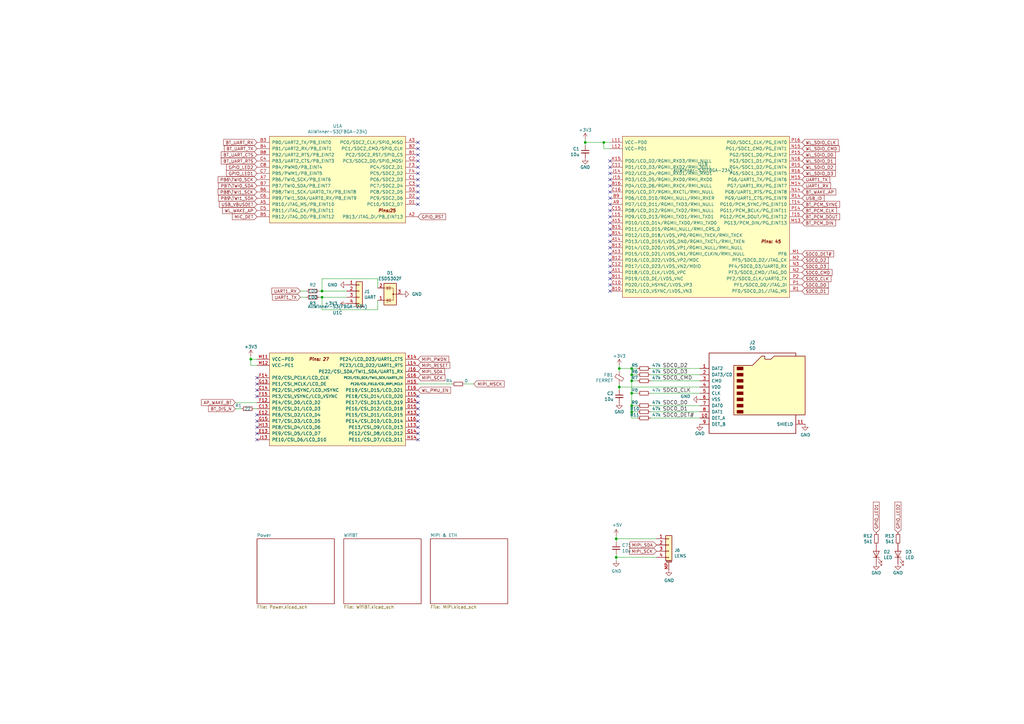
<source format=kicad_sch>
(kicad_sch (version 20211123) (generator eeschema)
  (paper "A3")
  (title_block (title "OtterCastAudioV2") (rev "1.0"))
  (lib_symbols
    (symbol "Connector:Micro_SD_Card_Det" (pin_names (offset 1.016))
      (property "Reference" "J" (at -16.51 17.78 0))
      (property "Value" "Micro_SD_Card_Det" (at 16.51 17.78 0))
      (symbol "Micro_SD_Card_Det_0_1"
        (rectangle (start -7.62 -6.985) (end -5.08 -8.255) (fill (type outline)))
        (rectangle (start -7.62 -4.445) (end -5.08 -5.715) (fill (type outline)))
        (rectangle (start -7.62 -1.905) (end -5.08 -3.175) (fill (type outline)))
        (rectangle (start -7.62 0.635) (end -5.08 -0.635) (fill (type outline)))
        (rectangle (start -7.62 3.175) (end -5.08 1.905) (fill (type outline)))
        (rectangle (start -7.62 5.715) (end -5.08 4.445) (fill (type outline)))
        (rectangle (start -7.62 8.255) (end -5.08 6.985) (fill (type outline)))
        (rectangle (start -7.62 10.795) (end -5.08 9.525) (fill (type outline)))
        (polyline (pts (xy 16.51 15.24) (xy 16.51 16.51) (xy -19.05 16.51) (xy -19.05 -16.51) (xy 16.51 -16.51) (xy 16.51 -8.89)) (stroke (width 0.254)))
        (polyline (pts (xy -8.89 -8.89) (xy -8.89 11.43) (xy -1.27 11.43) (xy 2.54 15.24) (xy 3.81 15.24) (xy 3.81 13.97) (xy 6.35 13.97) (xy 7.62 15.24) (xy 20.32 15.24) (xy 20.32 -8.89) (xy -8.89 -8.89)) (stroke (width 0.254)) (fill (type background)))
      )
      (symbol "Micro_SD_Card_Det_1_1"
        (pin bidirectional line (at -22.86 10.16 0) (length 3.81) (name "DAT2") (number "1"))
        (pin passive line (at -22.86 -10.16 0) (length 3.81) (name "DET_A") (number "10"))
        (pin passive line (at 20.32 -12.7 180) (length 3.81) (name "SHIELD") (number "11"))
        (pin bidirectional line (at -22.86 7.62 0) (length 3.81) (name "DAT3/CD") (number "2"))
        (pin input line (at -22.86 5.08 0) (length 3.81) (name "CMD") (number "3"))
        (pin power_in line (at -22.86 2.54 0) (length 3.81) (name "VDD") (number "4"))
        (pin input line (at -22.86 0 0) (length 3.81) (name "CLK") (number "5"))
        (pin power_in line (at -22.86 -2.54 0) (length 3.81) (name "VSS") (number "6"))
        (pin bidirectional line (at -22.86 -5.08 0) (length 3.81) (name "DAT0") (number "7"))
        (pin bidirectional line (at -22.86 -7.62 0) (length 3.81) (name "DAT1") (number "8"))
        (pin passive line (at -22.86 -12.7 0) (length 3.81) (name "DET_B") (number "9"))
      )
    )
    (symbol "Connector_Generic:Conn_01x04" (pin_names (offset 1.016) hide)
      (property "Reference" "J" (at 0 5.08 0))
      (property "Value" "Conn_01x04" (at 0 -7.62 0))
      (symbol "Conn_01x04_1_1"
        (rectangle (start -1.27 -4.953) (end 0 -5.207) (stroke (width 0.1524)))
        (rectangle (start -1.27 -2.413) (end 0 -2.667) (stroke (width 0.1524)))
        (rectangle (start -1.27 0.127) (end 0 -0.127) (stroke (width 0.1524)))
        (rectangle (start -1.27 2.667) (end 0 2.413) (stroke (width 0.1524)))
        (rectangle (start -1.27 3.81) (end 1.27 -6.35) (stroke (width 0.254)) (fill (type background)))
        (pin passive line (at -5.08 2.54 0) (length 3.81) (name "Pin_1") (number "1"))
        (pin passive line (at -5.08 0 0) (length 3.81) (name "Pin_2") (number "2"))
        (pin passive line (at -5.08 -2.54 0) (length 3.81) (name "Pin_3") (number "3"))
        (pin passive line (at -5.08 -5.08 0) (length 3.81) (name "Pin_4") (number "4"))
      )
    )
    (symbol "Connector_Generic_MountingPin:Conn_01x04_MountingPin" (pin_names (offset 1.016) hide)
      (property "Reference" "J" (at 0 5.08 0))
      (property "Value" "Conn_01x04_MountingPin" (at 1.27 -7.62 0))
      (symbol "Conn_01x04_MountingPin_1_1"
        (rectangle (start -1.27 -4.953) (end 0 -5.207) (stroke (width 0.1524)))
        (rectangle (start -1.27 -2.413) (end 0 -2.667) (stroke (width 0.1524)))
        (rectangle (start -1.27 0.127) (end 0 -0.127) (stroke (width 0.1524)))
        (rectangle (start -1.27 2.667) (end 0 2.413) (stroke (width 0.1524)))
        (rectangle (start -1.27 3.81) (end 1.27 -6.35) (stroke (width 0.254)) (fill (type background)))
        (polyline (pts (xy -1.016 -7.112) (xy 1.016 -7.112)) (stroke (width 0.1524)))
        (text "Mounting" (at 0 -6.731 0) (effects (font (size 0.381 0.381))))
        (pin passive line (at -5.08 2.54 0) (length 3.81) (name "Pin_1") (number "1"))
        (pin passive line (at -5.08 0 0) (length 3.81) (name "Pin_2") (number "2"))
        (pin passive line (at -5.08 -2.54 0) (length 3.81) (name "Pin_3") (number "3"))
        (pin passive line (at -5.08 -5.08 0) (length 3.81) (name "Pin_4") (number "4"))
        (pin passive line (at 0 -10.16 90) (length 3.048) (name "MountPin") (number "MP"))
      )
    )
    (symbol "Device:C_Small" (pin_numbers hide) (pin_names (offset 0.254) hide)
      (property "Reference" "C" (at 0.254 1.778 0))
      (property "Value" "C_Small" (at 0.254 -2.032 0))
      (symbol "C_Small_0_1"
        (polyline (pts (xy -1.524 -0.508) (xy 1.524 -0.508)) (stroke (width 0.3302)))
        (polyline (pts (xy -1.524 0.508) (xy 1.524 0.508)) (stroke (width 0.3048)))
      )
      (symbol "C_Small_1_1"
        (pin passive line (at 0 2.54 270) (length 2.032) (name "~") (number "1"))
        (pin passive line (at 0 -2.54 90) (length 2.032) (name "~") (number "2"))
      )
    )
    (symbol "Device:Ferrite_Bead_Small" (pin_numbers hide) (pin_names (offset 0))
      (property "Reference" "FB" (at 1.905 1.27 0))
      (property "Value" "Ferrite_Bead_Small" (at 1.905 -1.27 0))
      (symbol "Ferrite_Bead_Small_0_1"
        (polyline (pts (xy 0 -1.27) (xy 0 -0.7874)))
        (polyline (pts (xy 0 0.889) (xy 0 1.2954)))
        (polyline (pts (xy -1.8288 0.2794) (xy -1.1176 1.4986) (xy 1.8288 -0.2032) (xy 1.1176 -1.4224) (xy -1.8288 0.2794)))
      )
      (symbol "Ferrite_Bead_Small_1_1"
        (pin passive line (at 0 2.54 270) (length 1.27) (name "~") (number "1"))
        (pin passive line (at 0 -2.54 90) (length 1.27) (name "~") (number "2"))
      )
    )
    (symbol "Device:LED" (pin_numbers hide) (pin_names (offset 1.016) hide)
      (property "Reference" "D" (at 0 2.54 0))
      (property "Value" "LED" (at 0 -2.54 0))
      (symbol "LED_0_1"
        (polyline (pts (xy -1.27 -1.27) (xy -1.27 1.27)) (stroke (width 0.2032)))
        (polyline (pts (xy -1.27 0) (xy 1.27 0)))
        (polyline (pts (xy 1.27 -1.27) (xy 1.27 1.27) (xy -1.27 0) (xy 1.27 -1.27)) (stroke (width 0.2032)))
        (polyline (pts (xy -3.048 -0.762) (xy -4.572 -2.286) (xy -3.81 -2.286) (xy -4.572 -2.286) (xy -4.572 -1.524)))
        (polyline (pts (xy -1.778 -0.762) (xy -3.302 -2.286) (xy -2.54 -2.286) (xy -3.302 -2.286) (xy -3.302 -1.524)))
      )
      (symbol "LED_1_1"
        (pin passive line (at -3.81 0 0) (length 2.54) (name "K") (number "1"))
        (pin passive line (at 3.81 0 180) (length 2.54) (name "A") (number "2"))
      )
    )
    (symbol "Device:R_Small" (pin_numbers hide) (pin_names (offset 0.254) hide)
      (property "Reference" "R" (at 0.762 0.508 0))
      (property "Value" "R_Small" (at 0.762 -1.016 0))
      (symbol "R_Small_0_1"
        (rectangle (start -0.762 1.778) (end 0.762 -1.778) (stroke (width 0.2032)))
      )
      (symbol "R_Small_1_1"
        (pin passive line (at 0 2.54 270) (length 0.762) (name "~") (number "1"))
        (pin passive line (at 0 -2.54 90) (length 0.762) (name "~") (number "2"))
      )
    )
    (symbol "Power_Protection:SP0502BAHT" (pin_names hide)
      (property "Reference" "D" (at 5.715 2.54 0))
      (property "Value" "SP0502BAHT" (at 5.715 0.635 0))
      (symbol "SP0502BAHT_0_0"
        (pin passive line (at 0 -5.08 90) (length 2.54) (name "A") (number "3"))
      )
      (symbol "SP0502BAHT_0_1"
        (rectangle (start -4.445 2.54) (end 4.445 -2.54) (stroke (width 0.254)) (fill (type background)))
        (circle (center 0 -1.27) (radius 0.254) (fill (type outline)))
        (polyline (pts (xy -2.54 2.54) (xy -2.54 1.27)))
        (polyline (pts (xy 0 -1.27) (xy 0 -2.54)))
        (polyline (pts (xy 2.54 2.54) (xy 2.54 1.27)))
        (polyline (pts (xy -3.302 1.016) (xy -3.302 1.27) (xy -1.905 1.27) (xy -1.778 1.27)))
        (polyline (pts (xy -2.54 1.27) (xy -2.54 -1.27) (xy 2.54 -1.27) (xy 2.54 1.27)))
        (polyline (pts (xy -2.54 1.27) (xy -1.905 0) (xy -3.175 0) (xy -2.54 1.27)))
        (polyline (pts (xy 1.778 1.016) (xy 1.778 1.27) (xy 3.175 1.27) (xy 3.302 1.27)))
        (polyline (pts (xy 2.54 1.27) (xy 1.905 0) (xy 3.175 0) (xy 2.54 1.27)))
      )
      (symbol "SP0502BAHT_1_1"
        (pin passive line (at -2.54 5.08 270) (length 2.54) (name "K") (number "1"))
        (pin passive line (at 2.54 5.08 270) (length 2.54) (name "K") (number "2"))
      )
    )
    (symbol "otter:AllWinner-S3(FBGA-234)" (pin_names (offset 1.016))
      (property "Reference" "U" (at 0 48.26 0))
      (property "Value" "AllWinner-S3(FBGA-234)" (at 0 -48.26 0))
      (symbol "AllWinner-S3(FBGA-234)_1_0"
        (rectangle (start 27.94 17.78) (end -27.94 -17.78) (fill (type background)))
        (text "Pins:25" (at 20.32 -12.7 0) (effects (font (size 1.27 1.27) bold italic)))
      )
      (symbol "AllWinner-S3(FBGA-234)_1_1"
        (pin bidirectional line (at 33.02 -15.24 180) (length 5.08) (name "PB13/JTAG_DI/PB_EINT13") (number "A2"))
        (pin bidirectional line (at 33.02 15.24 180) (length 5.08) (name "PC0/SDC2_CLK/SPI0_MISO") (number "A3"))
        (pin bidirectional line (at -33.02 -10.16 0) (length 5.08) (name "PB10/JTAG_MS/PB_EINT10") (number "A5"))
        (pin bidirectional line (at -33.02 0 0) (length 5.08) (name "PB6/TWI0_SCK/PB_EINT6") (number "A7"))
        (pin bidirectional line (at 33.02 10.16 180) (length 5.08) (name "PC2/SDC2_RST/SPI0_CS") (number "B1"))
        (pin bidirectional line (at 33.02 12.7 180) (length 5.08) (name "PC1/SDC2_CMD/SPI0_CLK") (number "B2"))
        (pin bidirectional line (at -33.02 15.24 0) (length 5.08) (name "PB0/UART2_TX/PB_EINT0") (number "B3"))
        (pin bidirectional line (at -33.02 12.7 0) (length 5.08) (name "PB1/UART2_RX/PB_EINT1") (number "B4"))
        (pin bidirectional line (at -33.02 -15.24 0) (length 5.08) (name "PB12/JTAG_DO/PB_EINT12") (number "B5"))
        (pin bidirectional line (at -33.02 -5.08 0) (length 5.08) (name "PB8/TWI1_SCK/UART0_TX/PB_EINT8") (number "B6"))
        (pin bidirectional line (at -33.02 -2.54 0) (length 5.08) (name "PB7/TWI0_SDA/PB_EINT7") (number "B7"))
        (pin bidirectional line (at -33.02 10.16 0) (length 5.08) (name "PB2/UART2_RTS/PB_EINT2") (number "B8"))
        (pin bidirectional line (at 33.02 0 180) (length 5.08) (name "PC6/SDC2_D3") (number "C1"))
        (pin bidirectional line (at 33.02 7.62 180) (length 5.08) (name "PC3/SDC2_D0/SPI0_MOSI") (number "C2"))
        (pin bidirectional line (at 33.02 -2.54 180) (length 5.08) (name "PC7/SDC2_D4") (number "C3"))
        (pin bidirectional line (at -33.02 7.62 0) (length 5.08) (name "PB3/UART2_CTS/PB_EINT3") (number "C4"))
        (pin bidirectional line (at -33.02 -12.7 0) (length 5.08) (name "PB11/JTAG_CK/PB_EINT11") (number "C5"))
        (pin bidirectional line (at -33.02 -7.62 0) (length 5.08) (name "PB9/TWI1_SDA/UART0_RX/PB_EINT9") (number "C6"))
        (pin bidirectional line (at -33.02 2.54 0) (length 5.08) (name "PB5/PWM1/PB_EINT5") (number "C7"))
        (pin bidirectional line (at -33.02 5.08 0) (length 5.08) (name "PB4/PWM0/PB_EINT4") (number "C8"))
        (pin bidirectional line (at 33.02 -10.16 180) (length 5.08) (name "PC10/SDC2_D7") (number "D1"))
        (pin bidirectional line (at 33.02 -7.62 180) (length 5.08) (name "PC9/SDC2_D6") (number "D2"))
        (pin bidirectional line (at 33.02 -5.08 180) (length 5.08) (name "PC8/SDC2_D5") (number "D3"))
        (pin bidirectional line (at 33.02 5.08 180) (length 5.08) (name "PC4/SDC2_D1") (number "F3"))
        (pin bidirectional line (at 33.02 2.54 180) (length 5.08) (name "PC5/SDC2_D2") (number "F4"))
      )
      (symbol "AllWinner-S3(FBGA-234)_2_0"
        (rectangle (start -33.02 33.02) (end 35.56 -33.02) (fill (type background)))
        (rectangle (start 12.7 -33.02) (end 12.7 -33.02))
        (text "Pins: 45" (at 27.94 -10.16 0) (effects (font (size 1.27 1.27) bold italic)))
      )
      (symbol "AllWinner-S3(FBGA-234)_2_1"
        (pin bidirectional line (at -38.1 -22.86 0) (length 5.08) (name "PD18/LCD_CLK/LVDS_VPC") (number "A11"))
        (pin bidirectional line (at -38.1 -15.24 0) (length 5.08) (name "PD15/LCD_D21/LVDS_VN1/RGMII_CLKIN/RMII_NULL") (number "A13"))
        (pin bidirectional line (at -38.1 -10.16 0) (length 5.08) (name "PD13/LCD_D19/LVDS_DN0/RGMII_TXCTL/RMII_TXEN") (number "A14"))
        (pin bidirectional line (at -38.1 -2.54 0) (length 5.08) (name "PD10/LCD_D14/RGMII_TXD0/RMII_TXD0") (number "A15"))
        (pin bidirectional line (at -38.1 5.08 0) (length 5.08) (name "PD7/LCD_D11/RGMII_TXD3/RMII_NULL") (number "A9"))
        (pin bidirectional line (at -38.1 -30.48 0) (length 5.08) (name "PD21/LCD_VSYNC/LVDS_VN3") (number "B10"))
        (pin bidirectional line (at -38.1 -25.4 0) (length 5.08) (name "PD19/LCD_DE/LVDS_VNC") (number "B11"))
        (pin bidirectional line (at -38.1 -17.78 0) (length 5.08) (name "PD16/LCD_D22/LVDS_VP2/MDC") (number "B12"))
        (pin bidirectional line (at -38.1 -12.7 0) (length 5.08) (name "PD14/LCD_D20/LVDS_VP1/RGMII_NULL/RMII_NULL") (number "B13"))
        (pin bidirectional line (at -38.1 -7.62 0) (length 5.08) (name "PD12/LCD_D18/LVDS_VP0/RGMII_TXCK/RMII_TXCK") (number "B14"))
        (pin bidirectional line (at -38.1 -5.08 0) (length 5.08) (name "PD11/LCD_D15/RGMII_NULL/RMII_CRS_D") (number "B15"))
        (pin bidirectional line (at -38.1 12.7 0) (length 5.08) (name "PD4/LCD_D6/RGMII_RXCK/RMII_NULL") (number "B16"))
        (pin bidirectional line (at -38.1 7.62 0) (length 5.08) (name "PD6/LCD_D10/RGMII_NULL/RMII_RXER") (number "B9"))
        (pin bidirectional line (at -38.1 -27.94 0) (length 5.08) (name "PD20/LCD_HSYNC/LVDS_VP3") (number "C10"))
        (pin bidirectional line (at -38.1 20.32 0) (length 5.08) (name "PD1/LCD_D3/RGMII_RXD2/RMII_NULL") (number "C11"))
        (pin bidirectional line (at -38.1 -20.32 0) (length 5.08) (name "PD17/LCD_D23/LVDS_VN2/MDIO") (number "C12"))
        (pin bidirectional line (at -38.1 2.54 0) (length 5.08) (name "PD8/LCD_D12/RGMII_TXD2/RMII_NULL") (number "C15"))
        (pin bidirectional line (at -38.1 10.16 0) (length 5.08) (name "PD5/LCD_D7/RGMII_RXCTL/RMII_NULL") (number "C16"))
        (pin bidirectional line (at -38.1 17.78 0) (length 5.08) (name "PD2/LCD_D4/RGMII_RXD1/RMII_RXD1") (number "J14"))
        (pin bidirectional line (at -38.1 15.24 0) (length 5.08) (name "PD3/LCD_D5/RGMII_RXD0/RMII_RXD0") (number "J15"))
        (pin bidirectional line (at -38.1 22.86 0) (length 5.08) (name "PD0/LCD_D2/RGMII_RXD3/RMII_NULL") (number "K15"))
        (pin power_in line (at -38.1 30.48 0) (length 5.08) (name "VCC-PD0") (number "L11"))
        (pin power_in line (at -38.1 27.94 0) (length 5.08) (name "VCC-PD1") (number "L12"))
        (pin bidirectional line (at -38.1 0 0) (length 5.08) (name "PD9/LCD_D13/RGMII_TXD1/RMII_TXD1") (number "L15"))
        (pin bidirectional line (at 40.64 -15.24 180) (length 5.08) (name "PF6") (number "M1"))
        (pin bidirectional line (at 40.64 -2.54 180) (length 5.08) (name "PG13/PCM_DIN/PG_EINT13") (number "M13"))
        (pin bidirectional line (at 40.64 12.7 180) (length 5.08) (name "PG7/UART1_RX/PG_EINT7") (number "M14"))
        (pin bidirectional line (at 40.64 15.24 180) (length 5.08) (name "PG6/UART1_TX/PG_EINT6") (number "M15"))
        (pin bidirectional line (at 40.64 -17.78 180) (length 5.08) (name "PF5/SDC0_D2/JTAG_CK") (number "M2"))
        (pin bidirectional line (at 40.64 10.16 180) (length 5.08) (name "PG8/UART1_RTS/PG_EINT8") (number "N14"))
        (pin bidirectional line (at 40.64 27.94 180) (length 5.08) (name "PG1/SDC1_CMD/PG_EINT1") (number "N15"))
        (pin bidirectional line (at 40.64 22.86 180) (length 5.08) (name "PG3/SDC1_D1/PG_EINT3") (number "N16"))
        (pin bidirectional line (at 40.64 -22.86 180) (length 5.08) (name "PF3/SDC0_CMD/JTAG_DO") (number "N2"))
        (pin bidirectional line (at 40.64 -20.32 180) (length 5.08) (name "PF4/SDC0_D3/UART0_RX") (number "N3"))
        (pin bidirectional line (at 40.64 -27.94 180) (length 5.08) (name "PF1/SDC0_D0/JTAG_DI") (number "P1"))
        (pin bidirectional line (at 40.64 2.54 180) (length 5.08) (name "PG11/PCM_BCLK/PG_EINT11") (number "P14"))
        (pin bidirectional line (at 40.64 25.4 180) (length 5.08) (name "PG2/SDC1_D0/PG_EINT2") (number "P15"))
        (pin bidirectional line (at 40.64 30.48 180) (length 5.08) (name "PG0/SDC1_CLK/PG_EINT0") (number "P16"))
        (pin bidirectional line (at 40.64 -25.4 180) (length 5.08) (name "PF2/SDC0_CLK/UART0_TX") (number "P2"))
        (pin bidirectional line (at 40.64 -30.48 180) (length 5.08) (name "PF0/SDC0_D1/JTAG_MS") (number "R1"))
        (pin bidirectional line (at 40.64 7.62 180) (length 5.08) (name "PG9/UART1_CTS/PG_EINT9") (number "R14"))
        (pin bidirectional line (at 40.64 20.32 180) (length 5.08) (name "PG4/SDC1_D2/PG_EINT4") (number "R15"))
        (pin bidirectional line (at 40.64 17.78 180) (length 5.08) (name "PG5/SDC1_D3/PG_EINT5") (number "R16"))
        (pin bidirectional line (at 40.64 5.08 180) (length 5.08) (name "PG10/PCM_SYNC/PG_EINT10") (number "T14"))
        (pin bidirectional line (at 40.64 0 180) (length 5.08) (name "PG12/PCM_DOUT/PG_EINT12") (number "T15"))
      )
      (symbol "AllWinner-S3(FBGA-234)_3_0"
        (rectangle (start -27.94 17.78) (end 27.94 -20.32) (fill (type background)))
        (text "Pins: 27" (at -7.62 15.24 0) (effects (font (size 1.27 1.27) bold italic)))
      )
      (symbol "AllWinner-S3(FBGA-234)_3_1"
        (pin bidirectional line (at -33.02 -5.08 0) (length 5.08) (name "PE5/CSI_D1/LCD_D3") (number "C13"))
        (pin bidirectional line (at -33.02 2.54 0) (length 5.08) (name "PE2/CSI_HSYNC/LCD_HSYNC") (number "C14"))
        (pin bidirectional line (at 33.02 -2.54 180) (length 5.08) (name "PE17/CSI_D13/LCD_D19") (number "D14"))
        (pin bidirectional line (at 33.02 -5.08 180) (length 5.08) (name "PE16/CSI_D12/LCD_D18") (number "D15"))
        (pin bidirectional line (at -33.02 -7.62 0) (length 5.08) (name "PE6/CSI_D2/LCD_D4") (number "E12"))
        (pin bidirectional line (at -33.02 -15.24 0) (length 5.08) (name "PE9/CSI_D5/LCD_D7") (number "E13"))
        (pin bidirectional line (at 33.02 0 180) (length 5.08) (name "PE18/CSI_D14/LCD_D20") (number "E15"))
        (pin bidirectional line (at 33.02 2.54 180) (length 5.08) (name "PE19/CSI_D15/LCD_D21") (number "E16"))
        (pin bidirectional line (at -33.02 -2.54 0) (length 5.08) (name "PE4/CSI_D0/LCD_D2") (number "F12"))
        (pin bidirectional line (at -33.02 7.62 0) (length 5.08) (name "PE0/CSI_PCLK/LCD_CLK") (number "F14"))
        (pin bidirectional line (at -33.02 0 0) (length 5.08) (name "PE3/CSI_VSYNC/LCD_VSYNC") (number "F15"))
        (pin bidirectional line (at -33.02 5.08 0) (length 5.08) (name "PE1/CSI_MCLK/LCD_DE") (number "G13"))
        (pin bidirectional line (at 33.02 -15.24 180) (length 5.08) (name "PE12/CSI_D8/LCD_D12") (number "G14"))
        (pin bidirectional line (at -33.02 -10.16 0) (length 5.08) (name "PE7/CSI_D3/LCD_D5") (number "G15"))
        (pin bidirectional line (at 33.02 7.62 180) (length 5.08) (name "PE21/CSI_SCK/TWI1_SCK/UART1_TX") (number "G16"))
        (pin bidirectional line (at -33.02 -12.7 0) (length 5.08) (name "PE8/CSI_D4/LCD_D6") (number "H13"))
        (pin bidirectional line (at 33.02 -17.78 180) (length 5.08) (name "PE11/CSI_D7/LCD_D11") (number "H14"))
        (pin bidirectional line (at 33.02 5.08 180) (length 5.08) (name "PE20/CSI_FIELD/CSI_MIPI_MCLK") (number "H15"))
        (pin bidirectional line (at -33.02 -17.78 0) (length 5.08) (name "PE10/CSI_D6/LCD_D10") (number "J13"))
        (pin bidirectional line (at 33.02 10.16 180) (length 5.08) (name "PE22/CSI_SDA/TWI1_SDA/UART1_RX") (number "J16"))
        (pin bidirectional line (at 33.02 -7.62 180) (length 5.08) (name "PE15/CSI_D11/LCD_D15") (number "K13"))
        (pin bidirectional line (at 33.02 15.24 180) (length 5.08) (name "PE24/LCD_D23/UART1_CTS") (number "K14"))
        (pin bidirectional line (at 33.02 -12.7 180) (length 5.08) (name "PE13/CSI_D9/LCD_D13") (number "L13"))
        (pin bidirectional line (at 33.02 12.7 180) (length 5.08) (name "PE23/LCD_D22/UART1_RTS") (number "L14"))
        (pin bidirectional line (at 33.02 -10.16 180) (length 5.08) (name "PE14/CSI_D10/LCD_D14") (number "L16"))
        (pin power_in line (at -33.02 15.24 0) (length 5.08) (name "VCC-PE0") (number "M11"))
        (pin power_in line (at -33.02 12.7 0) (length 5.08) (name "VCC-PE1") (number "M12"))
      )
      (symbol "AllWinner-S3(FBGA-234)_4_0"
        (rectangle (start -27.94 33.02) (end 27.94 -33.02) (fill (type background)))
        (text "Pins: 77" (at 0 0 0) (effects (font (size 1.27 1.27) bold italic)))
        (text "Port B,C,F,G" (at -23.495 29.21 0) (effects (font (size 0.635 0.635))))
      )
      (symbol "AllWinner-S3(FBGA-234)_4_1"
        (pin power_in line (at 33.02 -27.94 180) (length 5.08) (name "GND20") (number "A1"))
        (pin power_in line (at 33.02 -25.4 180) (length 5.08) (name "GND21") (number "A16"))
        (pin power_in line (at 33.02 -22.86 180) (length 5.08) (name "GND22") (number "C9"))
        (pin power_in line (at 33.02 -5.08 180) (length 5.08) (name "GND29") (number "D10"))
        (pin power_in line (at 33.02 -2.54 180) (length 5.08) (name "GND30") (number "D11"))
        (pin power_in line (at 33.02 0 180) (length 5.08) (name "GND31") (number "D12"))
        (pin power_in line (at 33.02 -20.32 180) (length 5.08) (name "GND23") (number "D4"))
        (pin power_in line (at 33.02 -17.78 180) (length 5.08) (name "GND24") (number "D5"))
        (pin power_in line (at 33.02 -15.24 180) (length 5.08) (name "GND25") (number "D6"))
        (pin power_in line (at 33.02 -12.7 180) (length 5.08) (name "GND26") (number "D7"))
        (pin power_in line (at 33.02 -10.16 180) (length 5.08) (name "GND27") (number "D8"))
        (pin power_in line (at 33.02 -7.62 180) (length 5.08) (name "GND28") (number "D9"))
        (pin power_in line (at 33.02 17.78 180) (length 5.08) (name "GND38") (number "E10"))
        (pin power_in line (at 33.02 20.32 180) (length 5.08) (name "GND39") (number "E11"))
        (pin power_in line (at -33.02 -27.94 0) (length 5.08) (name "GND0") (number "E14"))
        (pin power_in line (at 33.02 2.54 180) (length 5.08) (name "GND32") (number "E4"))
        (pin bidirectional line (at 33.02 5.08 180) (length 5.08) (name "GND33") (number "E5"))
        (pin bidirectional line (at 33.02 7.62 180) (length 5.08) (name "GND34") (number "E6"))
        (pin power_in line (at 33.02 10.16 180) (length 5.08) (name "GND35") (number "E7"))
        (pin power_in line (at 33.02 12.7 180) (length 5.08) (name "GND36") (number "E8"))
        (pin power_in line (at 33.02 15.24 180) (length 5.08) (name "GND37") (number "E9"))
        (pin power_in line (at -20.32 -38.1 90) (length 5.08) (name "GND2") (number "F10"))
        (pin power_in line (at -17.78 -38.1 90) (length 5.08) (name "GND3") (number "F11"))
        (pin power_in line (at -33.02 -5.08 0) (length 5.08) (name "VCC_DRAM0") (number "F6"))
        (pin power_in line (at -33.02 -7.62 0) (length 5.08) (name "VCC_DRAM1") (number "F7"))
        (pin power_in line (at -33.02 -10.16 0) (length 5.08) (name "VCC_DRAM2") (number "F8"))
        (pin power_in line (at -33.02 -30.48 0) (length 5.08) (name "GND1") (number "F9"))
        (pin power_in line (at -2.54 -38.1 90) (length 5.08) (name "GND9") (number "G10"))
        (pin power_in line (at 0 -38.1 90) (length 5.08) (name "GND10") (number "G11"))
        (pin power_in line (at -33.02 10.16 0) (length 5.08) (name "VDD_CPU0") (number "G12"))
        (pin power_in line (at -15.24 -38.1 90) (length 5.08) (name "GND4") (number "G4"))
        (pin power_in line (at -12.7 -38.1 90) (length 5.08) (name "GND5") (number "G5"))
        (pin power_in line (at -10.16 -38.1 90) (length 5.08) (name "GND6") (number "G6"))
        (pin power_in line (at -7.62 -38.1 90) (length 5.08) (name "GND7") (number "G7"))
        (pin power_in line (at -33.02 -12.7 0) (length 5.08) (name "VCC_DRAM3") (number "G8"))
        (pin power_in line (at -5.08 -38.1 90) (length 5.08) (name "GND8") (number "G9"))
        (pin power_in line (at 15.24 -38.1 90) (length 5.08) (name "GND16") (number "H10"))
        (pin power_in line (at -33.02 30.48 0) (length 5.08) (name "VCC_IO0") (number "H11"))
        (pin power_in line (at -33.02 7.62 0) (length 5.08) (name "VDD_CPU1") (number "H12"))
        (pin power_in line (at 2.54 -38.1 90) (length 5.08) (name "GND11") (number "H3"))
        (pin power_in line (at 5.08 -38.1 90) (length 5.08) (name "GND12") (number "H4"))
        (pin power_in line (at 7.62 -38.1 90) (length 5.08) (name "GND13") (number "H5"))
        (pin power_in line (at 10.16 -38.1 90) (length 5.08) (name "GND14") (number "H7"))
        (pin power_in line (at -33.02 -15.24 0) (length 5.08) (name "VCC_DRAM4") (number "H8"))
        (pin power_in line (at 12.7 -38.1 90) (length 5.08) (name "GND15") (number "H9"))
        (pin power_in line (at -12.7 38.1 270) (length 5.08) (name "GND56") (number "J10"))
        (pin power_in line (at -33.02 5.08 0) (length 5.08) (name "VDD_CPU2") (number "J11"))
        (pin power_in line (at -33.02 2.54 0) (length 5.08) (name "VDD_CPU3") (number "J12"))
        (pin power_in line (at 17.78 -38.1 90) (length 5.08) (name "GND17") (number "J3"))
        (pin power_in line (at 20.32 -38.1 90) (length 5.08) (name "GND18") (number "J4"))
        (pin power_in line (at 33.02 -30.48 180) (length 5.08) (name "GND19") (number "J6"))
        (pin power_in line (at -17.78 38.1 270) (length 5.08) (name "GND58") (number "J7"))
        (pin power_in line (at -33.02 -17.78 0) (length 5.08) (name "VCC_DRAM5") (number "J8"))
        (pin power_in line (at -15.24 38.1 270) (length 5.08) (name "GND57") (number "J9"))
        (pin power_in line (at 0 38.1 270) (length 5.08) (name "GND51") (number "K10"))
        (pin power_in line (at -33.02 0 0) (length 5.08) (name "VDD_CPU4") (number "K11"))
        (pin power_in line (at 2.54 38.1 270) (length 5.08) (name "GND50") (number "K12"))
        (pin power_in line (at -10.16 38.1 270) (length 5.08) (name "GND55") (number "K3"))
        (pin power_in line (at -7.62 38.1 270) (length 5.08) (name "GND54") (number "K4"))
        (pin power_in line (at -5.08 38.1 270) (length 5.08) (name "GND53") (number "K6"))
        (pin power_in line (at -2.54 38.1 270) (length 5.08) (name "GND52") (number "K7"))
        (pin power_in line (at -33.02 22.86 0) (length 5.08) (name "VDD_SYS0") (number "K8"))
        (pin power_in line (at -33.02 20.32 0) (length 5.08) (name "VDD_SYS1") (number "K9"))
        (pin power_in line (at 12.7 38.1 270) (length 5.08) (name "GND46") (number "L10"))
        (pin power_in line (at 5.08 38.1 270) (length 5.08) (name "GND49") (number "L4"))
        (pin power_in line (at 7.62 38.1 270) (length 5.08) (name "GND48") (number "L7"))
        (pin power_in line (at -33.02 17.78 0) (length 5.08) (name "VDD_SYS2") (number "L8"))
        (pin power_in line (at 10.16 38.1 270) (length 5.08) (name "GND47") (number "L9"))
        (pin power_in line (at 15.24 38.1 270) (length 5.08) (name "GND45") (number "M10"))
        (pin power_in line (at -33.02 -22.86 0) (length 5.08) (name "VDD_EFUSE") (number "M6"))
        (pin power_in line (at -33.02 15.24 0) (length 5.08) (name "VDD_SYS3") (number "M8"))
        (pin power_in line (at 33.02 30.48 180) (length 5.08) (name "GND43") (number "N4"))
        (pin power_in line (at 17.78 38.1 270) (length 5.08) (name "GND44") (number "N8"))
        (pin power_in line (at -33.02 27.94 0) (length 5.08) (name "VCC_IO1") (number "P5"))
        (pin power_in line (at 33.02 27.94 180) (length 5.08) (name "GND42") (number "R5"))
        (pin power_in line (at 33.02 22.86 180) (length 5.08) (name "GND40") (number "T1"))
        (pin power_in line (at 33.02 25.4 180) (length 5.08) (name "GND41") (number "T16"))
      )
      (symbol "AllWinner-S3(FBGA-234)_5_0"
        (rectangle (start -12.7 -45.72) (end 12.7 45.72) (fill (type background)))
        (text "Pins:60" (at -2.54 -43.18 0) (effects (font (size 1.27 1.27) bold italic)))
      )
      (symbol "AllWinner-S3(FBGA-234)_5_1"
        (pin bidirectional line (at 17.78 -2.54 180) (length 5.08) (name "EPHY_TXN") (number "E2"))
        (pin bidirectional line (at 17.78 0 180) (length 5.08) (name "EPHY_TXP") (number "E3"))
        (pin bidirectional line (at 17.78 -7.62 180) (length 5.08) (name "EPHY_RXN") (number "F1"))
        (pin bidirectional line (at 17.78 -5.08 180) (length 5.08) (name "EPHY_RXP") (number "F2"))
        (pin input line (at -17.78 -43.18 0) (length 5.08) (name "ZQ") (number "F5"))
        (pin bidirectional line (at 17.78 17.78 180) (length 5.08) (name "MCSI_D0N") (number "G2"))
        (pin bidirectional line (at 17.78 15.24 180) (length 5.08) (name "MCSI_D0P") (number "G3"))
        (pin bidirectional line (at 17.78 22.86 180) (length 5.08) (name "MCSI_D1N") (number "H1"))
        (pin bidirectional line (at 17.78 20.32 180) (length 5.08) (name "MCSI_D1P") (number "H2"))
        (pin input line (at -17.78 -38.1 0) (length 5.08) (name "DVREF") (number "H6"))
        (pin bidirectional line (at 17.78 12.7 180) (length 5.08) (name "MCSI_CKN") (number "J1"))
        (pin bidirectional line (at 17.78 10.16 180) (length 5.08) (name "MCSI_CKP") (number "J2"))
        (pin input line (at -17.78 -40.64 0) (length 5.08) (name "DZQ") (number "J5"))
        (pin bidirectional line (at 17.78 27.94 180) (length 5.08) (name "MCSI_D2N") (number "K1"))
        (pin bidirectional line (at 17.78 25.4 180) (length 5.08) (name "MCSI_D2P") (number "K2"))
        (pin bidirectional line (at 17.78 -10.16 180) (length 5.08) (name "EPHY_LINK_LED") (number "K5"))
        (pin bidirectional line (at 17.78 33.02 180) (length 5.08) (name "MCSI_D3N") (number "L2"))
        (pin bidirectional line (at 17.78 30.48 180) (length 5.08) (name "MCSI_D3P") (number "L3"))
        (pin bidirectional line (at 17.78 -12.7 180) (length 5.08) (name "EPHY_SPD_LED") (number "L5"))
        (pin power_in line (at 17.78 -38.1 180) (length 5.08) (name "VCC_PLL") (number "L6"))
        (pin power_in line (at 17.78 35.56 180) (length 5.08) (name "VCC_MCSI") (number "M4"))
        (pin power_in line (at 17.78 5.08 180) (length 5.08) (name "EPHY_VCC") (number "M5"))
        (pin power_in line (at -17.78 -2.54 0) (length 5.08) (name "AVCC") (number "M7"))
        (pin input line (at -17.78 -15.24 0) (length 5.08) (name "HPVCCBP") (number "M9"))
        (pin input line (at -17.78 2.54 0) (length 5.08) (name "VRA2") (number "N10"))
        (pin input line (at -17.78 -20.32 0) (length 5.08) (name "HPCOMFB") (number "N11"))
        (pin bidirectional line (at -17.78 -17.78 0) (length 5.08) (name "HPCOM") (number "N12"))
        (pin bidirectional line (at -17.78 -25.4 0) (length 5.08) (name "HPOUTR") (number "N13"))
        (pin power_in line (at 17.78 2.54 180) (length 5.08) (name "EPHY_VDD") (number "N5"))
        (pin power_in line (at 17.78 -20.32 180) (length 5.08) (name "VCC_RTC") (number "N6"))
        (pin power_in line (at -17.78 33.02 0) (length 5.08) (name "VCC_USB") (number "N7"))
        (pin input line (at -17.78 20.32 0) (length 5.08) (name "HBIAS") (number "N9"))
        (pin input line (at -17.78 22.86 0) (length 5.08) (name "MBIAS") (number "P10"))
        (pin bidirectional line (at -17.78 10.16 0) (length 5.08) (name "MICIN2N") (number "P11"))
        (pin power_in line (at -17.78 -12.7 0) (length 5.08) (name "HPVCCIN") (number "P12"))
        (pin bidirectional line (at -17.78 -22.86 0) (length 5.08) (name "HPOUTL") (number "P13"))
        (pin output line (at 17.78 -22.86 180) (length 5.08) (name "X32KFOUT") (number "P3"))
        (pin output line (at 17.78 -43.18 180) (length 5.08) (name "X24MOUT") (number "P4"))
        (pin bidirectional line (at 17.78 -15.24 180) (length 5.08) (name "EPHY_RTX") (number "P6"))
        (pin input inverted (at -17.78 38.1 0) (length 5.08) (name "RESET") (number "P7"))
        (pin power_in line (at -17.78 -7.62 0) (length 5.08) (name "AGND") (number "P8"))
        (pin bidirectional line (at -17.78 17.78 0) (length 5.08) (name "MICIN3P") (number "P9"))
        (pin bidirectional line (at -17.78 5.08 0) (length 5.08) (name "MICIN1N") (number "R10"))
        (pin bidirectional line (at -17.78 12.7 0) (length 5.08) (name "MICIN2P") (number "R11"))
        (pin bidirectional line (at -17.78 -33.02 0) (length 5.08) (name "LINEINL") (number "R12"))
        (pin input line (at -17.78 43.18 0) (length 5.08) (name "JTAG_SEL") (number "R13"))
        (pin bidirectional line (at -17.78 30.48 0) (length 5.08) (name "USB_DM") (number "R2"))
        (pin output line (at 17.78 -30.48 180) (length 5.08) (name "X32KOUT") (number "R3"))
        (pin input line (at 17.78 -40.64 180) (length 5.08) (name "X24MIN") (number "R4"))
        (pin bidirectional line (at -17.78 -30.48 0) (length 5.08) (name "LINEOUTL") (number "R6"))
        (pin input line (at -17.78 40.64 0) (length 5.08) (name "NMI") (number "R7"))
        (pin input line (at 17.78 40.64 180) (length 5.08) (name "LRADC1") (number "R8"))
        (pin bidirectional line (at -17.78 15.24 0) (length 5.08) (name "MICIN3N") (number "R9"))
        (pin bidirectional line (at -17.78 7.62 0) (length 5.08) (name "MICIN1P") (number "T10"))
        (pin bidirectional line (at -17.78 -35.56 0) (length 5.08) (name "LINEINR") (number "T12"))
        (pin bidirectional line (at -17.78 27.94 0) (length 5.08) (name "USB_DP") (number "T2"))
        (pin input line (at 17.78 -25.4 180) (length 5.08) (name "X32KIN") (number "T3"))
        (pin power_out line (at 17.78 -33.02 180) (length 5.08) (name "RTC_VIO") (number "T5"))
        (pin bidirectional line (at -17.78 -27.94 0) (length 5.08) (name "LINEOUTR") (number "T6"))
        (pin input line (at 17.78 43.18 180) (length 5.08) (name "LRADC0") (number "T8"))
      )
    )
    (symbol "otter:GND" (power) (pin_names (offset 0))
      (property "Value" "GND" (at 0 -3.81 0))
      (symbol "GND_0_1"
        (polyline (pts (xy 0 0) (xy 0 -1.27) (xy 1.27 -1.27) (xy 0 -2.54) (xy -1.27 -1.27) (xy 0 -1.27)))
      )
      (symbol "GND_1_1"
        (pin power_in line (at 0 0 270) (length 0) hide (name "GND") (number "1"))
      )
    )
    (symbol "power:+3V3" (power) (pin_names (offset 0))
      (property "Value" "+3V3" (at 0 3.556 0))
      (symbol "+3V3_0_1"
        (polyline (pts (xy -0.762 1.27) (xy 0 2.54)))
        (polyline (pts (xy 0 0) (xy 0 2.54)))
        (polyline (pts (xy 0 2.54) (xy 0.762 1.27)))
      )
      (symbol "+3V3_1_1"
        (pin power_in line (at 0 0 90) (length 0) hide (name "+3V3") (number "1"))
      )
    )
    (symbol "power:+5V" (power) (pin_names (offset 0))
      (property "Value" "+5V" (at 0 3.556 0))
      (symbol "+5V_0_1"
        (polyline (pts (xy -0.762 1.27) (xy 0 2.54)))
        (polyline (pts (xy 0 0) (xy 0 2.54)))
        (polyline (pts (xy 0 2.54) (xy 0.762 1.27)))
      )
      (symbol "+5V_1_1"
        (pin power_in line (at 0 0 90) (length 0) hide (name "+5V") (number "1"))
      )
    )
    (symbol "power:GND" (power) (pin_names (offset 0))
      (property "Value" "GND" (at 0 -3.81 0))
      (symbol "GND_0_1"
        (polyline (pts (xy 0 0) (xy 0 -1.27) (xy 1.27 -1.27) (xy 0 -2.54) (xy -1.27 -1.27) (xy 0 -1.27)))
      )
      (symbol "GND_1_1"
        (pin power_in line (at 0 0 270) (length 0) hide (name "GND") (number "1"))
      )
    )
  )
  (junction (at 240.03 58.42))
  (junction (at 132.08 121.92))
  (junction (at 259.08 156.21))
  (junction (at 132.08 119.38))
  (junction (at 259.08 151.13))
  (junction (at 254 151.13))
  (junction (at 254 158.75))
  (junction (at 259.08 161.29))
  (junction (at 247.65 58.42))
  (junction (at 252.73 228.6))
  (junction (at 252.73 220.98))
  (junction (at 259.08 166.37))
  (junction (at 102.87 147.32))
  (junction (at 259.08 168.91))
  (junction (at 259.08 153.67))
  (no_connect (at 250.19 101.6))
  (no_connect (at 171.45 83.82))
  (no_connect (at 250.19 81.28))
  (no_connect (at 250.19 93.98))
  (no_connect (at 171.45 177.8))
  (no_connect (at 171.45 175.26))
  (no_connect (at 171.45 170.18))
  (no_connect (at 250.19 83.82))
  (no_connect (at 250.19 66.04))
  (no_connect (at 105.41 160.02))
  (no_connect (at 105.41 170.18))
  (no_connect (at 250.19 96.52))
  (no_connect (at 105.41 162.56))
  (no_connect (at 105.41 180.34))
  (no_connect (at 250.19 76.2))
  (no_connect (at 250.19 111.76))
  (no_connect (at 105.41 154.94))
  (no_connect (at 250.19 88.9))
  (no_connect (at 171.45 73.66))
  (no_connect (at 171.45 60.96))
  (no_connect (at 250.19 99.06))
  (no_connect (at 171.45 66.04))
  (no_connect (at 250.19 109.22))
  (no_connect (at 250.19 104.14))
  (no_connect (at 250.19 73.66))
  (no_connect (at 250.19 114.3))
  (no_connect (at 171.45 165.1))
  (no_connect (at 171.45 71.12))
  (no_connect (at 250.19 106.68))
  (no_connect (at 171.45 78.74))
  (no_connect (at 250.19 86.36))
  (no_connect (at 171.45 76.2))
  (no_connect (at 171.45 162.56))
  (no_connect (at 250.19 116.84))
  (no_connect (at 250.19 119.38))
  (no_connect (at 250.19 68.58))
  (no_connect (at 171.45 167.64))
  (no_connect (at 105.41 175.26))
  (no_connect (at 105.41 172.72))
  (no_connect (at 105.41 157.48))
  (no_connect (at 105.41 177.8))
  (no_connect (at 250.19 71.12))
  (no_connect (at 171.45 58.42))
  (no_connect (at 171.45 63.5))
  (no_connect (at 250.19 91.44))
  (no_connect (at 171.45 180.34))
  (no_connect (at 171.45 81.28))
  (no_connect (at 171.45 68.58))
  (no_connect (at 250.19 78.74))
  (no_connect (at 171.45 172.72))
  (wire (pts (xy 259.08 151.13) (xy 259.08 153.67)))
  (wire (pts (xy 104.14 167.64) (xy 105.41 167.64)))
  (wire (pts (xy 252.73 228.6) (xy 252.73 227.33)))
  (wire (pts (xy 96.52 165.1) (xy 105.41 165.1)))
  (wire (pts (xy 132.08 127) (xy 154.94 127)))
  (wire (pts (xy 132.08 121.92) (xy 132.08 127)))
  (wire (pts (xy 259.08 156.21) (xy 259.08 161.29)))
  (wire (pts (xy 259.08 161.29) (xy 261.62 161.29)))
  (wire (pts (xy 269.24 220.98) (xy 252.73 220.98)))
  (wire (pts (xy 102.87 149.86) (xy 105.41 149.86)))
  (wire (pts (xy 132.08 119.38) (xy 132.08 114.3)))
  (wire (pts (xy 254 157.48) (xy 254 158.75)))
  (wire (pts (xy 132.08 114.3) (xy 154.94 114.3)))
  (wire (pts (xy 254 151.13) (xy 254 152.4)))
  (wire (pts (xy 102.87 147.32) (xy 102.87 149.86)))
  (wire (pts (xy 266.7 161.29) (xy 287.02 161.29)))
  (wire (pts (xy 185.42 157.48) (xy 171.45 157.48)))
  (wire (pts (xy 96.52 167.64) (xy 99.06 167.64)))
  (wire (pts (xy 130.81 119.38) (xy 132.08 119.38)))
  (wire (pts (xy 132.08 119.38) (xy 142.24 119.38)))
  (wire (pts (xy 261.62 156.21) (xy 259.08 156.21)))
  (wire (pts (xy 132.08 121.92) (xy 142.24 121.92)))
  (wire (pts (xy 247.65 60.96) (xy 250.19 60.96)))
  (wire (pts (xy 261.62 168.91) (xy 259.08 168.91)))
  (wire (pts (xy 259.08 153.67) (xy 259.08 156.21)))
  (wire (pts (xy 123.19 121.92) (xy 125.73 121.92)))
  (wire (pts (xy 254 158.75) (xy 287.02 158.75)))
  (wire (pts (xy 259.08 171.45) (xy 261.62 171.45)))
  (wire (pts (xy 102.87 147.32) (xy 105.41 147.32)))
  (wire (pts (xy 259.08 161.29) (xy 259.08 166.37)))
  (wire (pts (xy 266.7 171.45) (xy 287.02 171.45)))
  (wire (pts (xy 266.7 153.67) (xy 287.02 153.67)))
  (wire (pts (xy 259.08 166.37) (xy 261.62 166.37)))
  (wire (pts (xy 247.65 58.42) (xy 250.19 58.42)))
  (wire (pts (xy 123.19 119.38) (xy 125.73 119.38)))
  (wire (pts (xy 247.65 58.42) (xy 240.03 58.42)))
  (wire (pts (xy 252.73 222.25) (xy 252.73 220.98)))
  (wire (pts (xy 269.24 228.6) (xy 252.73 228.6)))
  (wire (pts (xy 261.62 151.13) (xy 259.08 151.13)))
  (wire (pts (xy 240.03 58.42) (xy 240.03 59.69)))
  (wire (pts (xy 254 158.75) (xy 254 160.02)))
  (wire (pts (xy 154.94 127) (xy 154.94 123.19)))
  (wire (pts (xy 261.62 153.67) (xy 259.08 153.67)))
  (wire (pts (xy 266.7 156.21) (xy 287.02 156.21)))
  (wire (pts (xy 259.08 168.91) (xy 259.08 171.45)))
  (wire (pts (xy 252.73 228.6) (xy 252.73 229.87)))
  (wire (pts (xy 252.73 220.98) (xy 252.73 219.71)))
  (wire (pts (xy 259.08 151.13) (xy 254 151.13)))
  (wire (pts (xy 102.87 146.05) (xy 102.87 147.32)))
  (wire (pts (xy 240.03 57.15) (xy 240.03 58.42)))
  (wire (pts (xy 154.94 114.3) (xy 154.94 118.11)))
  (wire (pts (xy 266.7 166.37) (xy 287.02 166.37)))
  (wire (pts (xy 266.7 168.91) (xy 287.02 168.91)))
  (wire (pts (xy 266.7 151.13) (xy 287.02 151.13)))
  (wire (pts (xy 259.08 166.37) (xy 259.08 168.91)))
  (wire (pts (xy 254 151.13) (xy 254 149.86)))
  (wire (pts (xy 130.81 121.92) (xy 132.08 121.92)))
  (wire (pts (xy 247.65 58.42) (xy 247.65 60.96)))
  (wire (pts (xy 194.31 157.48) (xy 190.5 157.48)))
  (label "SDC0_D0" (at 271.78 166.37 0) (effects (font (size 1.524 1.524))))
  (label "SDC0_D3" (at 271.78 153.67 0) (effects (font (size 1.524 1.524))))
  (label "SDC0_CLK" (at 271.78 161.29 0) (effects (font (size 1.524 1.524))))
  (label "SDC0_D2" (at 271.78 151.13 0) (effects (font (size 1.524 1.524))))
  (label "SDC0_DET#" (at 271.78 171.45 0) (effects (font (size 1.524 1.524))))
  (label "SDC0_D1" (at 271.78 168.91 0) (effects (font (size 1.524 1.524))))
  (label "SDC0_CMD" (at 271.78 156.21 0) (effects (font (size 1.524 1.524))))
  (global_label "SDC0_D2" (shape input) (at 328.93 106.68 0) (property "Intersheet References" "${INTERSHEET_REFS}" (effects hide)))
  (global_label "GPIO_LED2" (shape input) (at 368.3 218.44 90) (property "Intersheet References" "${INTERSHEET_REFS}" (effects hide)))
  (global_label "BT_PCM_DOUT" (shape input) (at 328.93 88.9 0) (property "Intersheet References" "${INTERSHEET_REFS}" (effects hide)))
  (global_label "BT_PCM_CLK" (shape input) (at 328.93 86.36 0) (property "Intersheet References" "${INTERSHEET_REFS}" (effects hide)))
  (global_label "MIPI_SCK" (shape input) (at 269.24 226.06 180) (property "Intersheet References" "${INTERSHEET_REFS}" (effects hide)))
  (global_label "UART1_RX" (shape input) (at 328.93 76.2 0) (property "Intersheet References" "${INTERSHEET_REFS}" (effects hide)))
  (global_label "MIPI_PWDN" (shape input) (at 171.45 147.32 0) (property "Intersheet References" "${INTERSHEET_REFS}" (effects hide)))
  (global_label "WL_SDIO_D0" (shape input) (at 328.93 63.5 0) (property "Intersheet References" "${INTERSHEET_REFS}" (effects hide)))
  (global_label "MIPI_SDA" (shape input) (at 171.45 152.4 0) (property "Intersheet References" "${INTERSHEET_REFS}" (effects hide)))
  (global_label "PB6\\TWI0_SCK" (shape input) (at 105.41 73.66 180) (property "Intersheet References" "${INTERSHEET_REFS}" (effects hide)))
  (global_label "GPIO_LED1" (shape input) (at 105.41 71.12 180) (property "Intersheet References" "${INTERSHEET_REFS}" (effects hide)))
  (global_label "BT_UART_CTS" (shape input) (at 105.41 63.5 180) (property "Intersheet References" "${INTERSHEET_REFS}" (effects hide)))
  (global_label "BT_PCM_SYNC" (shape input) (at 328.93 83.82 0) (property "Intersheet References" "${INTERSHEET_REFS}" (effects hide)))
  (global_label "BT_UART_RTS" (shape input) (at 105.41 66.04 180) (property "Intersheet References" "${INTERSHEET_REFS}" (effects hide)))
  (global_label "AP_WAKE_BT" (shape input) (at 96.52 165.1 180) (property "Intersheet References" "${INTERSHEET_REFS}" (effects hide)))
  (global_label "SDC0_CMD" (shape input) (at 328.93 111.76 0) (property "Intersheet References" "${INTERSHEET_REFS}" (effects hide)))
  (global_label "UART1_TX" (shape input) (at 328.93 73.66 0) (property "Intersheet References" "${INTERSHEET_REFS}" (effects hide)))
  (global_label "BT_UART_TX" (shape input) (at 105.41 60.96 180) (property "Intersheet References" "${INTERSHEET_REFS}" (effects hide)))
  (global_label "USB_VBUSDET" (shape input) (at 105.41 83.82 180) (property "Intersheet References" "${INTERSHEET_REFS}" (effects hide)))
  (global_label "BT_WAKE_AP" (shape input) (at 328.93 78.74 0) (property "Intersheet References" "${INTERSHEET_REFS}" (effects hide)))
  (global_label "WL_SDIO_D1" (shape input) (at 328.93 66.04 0) (property "Intersheet References" "${INTERSHEET_REFS}" (effects hide)))
  (global_label "PB7\\TWI0_SDA" (shape input) (at 105.41 76.2 180) (property "Intersheet References" "${INTERSHEET_REFS}" (effects hide)))
  (global_label "MIC_DET" (shape input) (at 105.41 88.9 180) (property "Intersheet References" "${INTERSHEET_REFS}" (effects hide)))
  (global_label "WL_PMU_EN" (shape input) (at 171.45 160.02 0) (property "Intersheet References" "${INTERSHEET_REFS}" (effects hide)))
  (global_label "MIPI_SCK" (shape input) (at 171.45 154.94 0) (property "Intersheet References" "${INTERSHEET_REFS}" (effects hide)))
  (global_label "WL_SDIO_CLK" (shape input) (at 328.93 58.42 0) (property "Intersheet References" "${INTERSHEET_REFS}" (effects hide)))
  (global_label "WL_SDIO_D3" (shape input) (at 328.93 71.12 0) (property "Intersheet References" "${INTERSHEET_REFS}" (effects hide)))
  (global_label "GPIO_RST" (shape input) (at 171.45 88.9 0) (property "Intersheet References" "${INTERSHEET_REFS}" (effects hide)))
  (global_label "WL_WAKE_AP" (shape input) (at 105.41 86.36 180) (property "Intersheet References" "${INTERSHEET_REFS}" (effects hide)))
  (global_label "UART1_RX" (shape input) (at 123.19 119.38 180) (property "Intersheet References" "${INTERSHEET_REFS}" (effects hide)))
  (global_label "SDC0_D1" (shape input) (at 328.93 119.38 0) (property "Intersheet References" "${INTERSHEET_REFS}" (effects hide)))
  (global_label "UART1_TX" (shape input) (at 123.19 121.92 180) (property "Intersheet References" "${INTERSHEET_REFS}" (effects hide)))
  (global_label "BT_DIS_N" (shape input) (at 96.52 167.64 180) (property "Intersheet References" "${INTERSHEET_REFS}" (effects hide)))
  (global_label "PB8\\TWI1_SCK" (shape input) (at 105.41 78.74 180) (property "Intersheet References" "${INTERSHEET_REFS}" (effects hide)))
  (global_label "WL_SDIO_D2" (shape input) (at 328.93 68.58 0) (property "Intersheet References" "${INTERSHEET_REFS}" (effects hide)))
  (global_label "SDC0_D0" (shape input) (at 328.93 116.84 0) (property "Intersheet References" "${INTERSHEET_REFS}" (effects hide)))
  (global_label "MIPI_RESET" (shape input) (at 171.45 149.86 0) (property "Intersheet References" "${INTERSHEET_REFS}" (effects hide)))
  (global_label "GPIO_LED2" (shape input) (at 105.41 68.58 180) (property "Intersheet References" "${INTERSHEET_REFS}" (effects hide)))
  (global_label "BT_UART_RX" (shape input) (at 105.41 58.42 180) (property "Intersheet References" "${INTERSHEET_REFS}" (effects hide)))
  (global_label "WL_SDIO_CMD" (shape input) (at 328.93 60.96 0) (property "Intersheet References" "${INTERSHEET_REFS}" (effects hide)))
  (global_label "MIPI_MSCK" (shape input) (at 194.31 157.48 0) (property "Intersheet References" "${INTERSHEET_REFS}" (effects hide)))
  (global_label "SDC0_D3" (shape input) (at 328.93 109.22 0) (property "Intersheet References" "${INTERSHEET_REFS}" (effects hide)))
  (global_label "GPIO_LED1" (shape input) (at 359.41 218.44 90) (property "Intersheet References" "${INTERSHEET_REFS}" (effects hide)))
  (global_label "BT_PCM_DIN" (shape input) (at 328.93 91.44 0) (property "Intersheet References" "${INTERSHEET_REFS}" (effects hide)))
  (global_label "SDC0_DET#" (shape input) (at 328.93 104.14 0) (property "Intersheet References" "${INTERSHEET_REFS}" (effects hide)))
  (global_label "SDC0_CLK" (shape input) (at 328.93 114.3 0) (property "Intersheet References" "${INTERSHEET_REFS}" (effects hide)))
  (global_label "MIPI_SDA" (shape input) (at 269.24 223.52 180) (property "Intersheet References" "${INTERSHEET_REFS}" (effects hide)))
  (global_label "PB9\\TWI1_SDA" (shape input) (at 105.41 81.28 180) (property "Intersheet References" "${INTERSHEET_REFS}" (effects hide)))
  (global_label "USB_ID" (shape input) (at 328.93 81.28 0) (property "Intersheet References" "${INTERSHEET_REFS}" (effects hide)))
  (symbol (lib_id "power:GND") (at 359.41 231.14 0) (mirror y) (unit 1)
    (property "Reference" "#PWR012" (effects hide))
    (property "Value" "GND" (at 359.41 234.95 0))
  )
  (symbol (lib_id "Device:C_Small") (at 240.03 62.23 0) (unit 1)
    (property "Reference" "C1" (at 237.6932 61.0616 0) (effects (justify right)))
    (property "Value" "10u" (at 237.6932 63.373 0) (effects (justify right)))
    (property "Footprint" "otter:C_0603" (effects hide))
  )
  (symbol (lib_id "Power_Protection:SP0502BAHT") (at 160.02 120.65 90) (unit 1)
    (property "Reference" "D1" (at 160.02 111.9632 90))
    (property "Value" "ESD5302F" (at 160.02 114.2746 90))
    (property "Footprint" "Package_TO_SOT_SMD:SOT-23" (effects hide))
    (property "Datasheet" "http://www.littelfuse.com/~/media/files/littelfuse/technical%20resources/documents/data%20sheets/sp05xxba.pdf" (effects hide))
    (property "LCSC" "C239643" (effects hide))
  )
  (symbol (lib_id "Device:R_Small") (at 128.27 119.38 270) (unit 1)
    (property "Reference" "R2" (at 128.27 116.84 90))
    (property "Value" "100" (at 128.27 119.38 90))
    (property "Footprint" "otter:R_0402" (effects hide))
  )
  (symbol (lib_id "Device:R_Small") (at 128.27 121.92 270) (unit 1)
    (property "Reference" "R3" (at 128.27 124.46 90))
    (property "Value" "100" (at 128.27 121.92 90))
    (property "Footprint" "otter:R_0402" (effects hide))
  )
  (symbol (lib_id "otter:GND") (at 165.1 120.65 90) (unit 1)
    (property "Reference" "#PWR04" (effects hide))
    (property "Value" "GND" (at 168.91 120.65 90) (effects (justify right)))
  )
  (symbol (lib_id "power:+3V3") (at 102.87 146.05 0) (unit 1)
    (property "Reference" "#PWR01" (effects hide))
    (property "Value" "+3V3" (at 102.87 142.24 0))
  )
  (symbol (lib_id "power:+3V3") (at 240.03 57.15 0) (unit 1)
    (property "Reference" "#PWR05" (effects hide))
    (property "Value" "+3V3" (at 240.03 53.34 0))
  )
  (symbol (lib_id "power:+3V3") (at 254 149.86 0) (unit 1)
    (property "Reference" "#PWR07" (effects hide))
    (property "Value" "+3V3" (at 254 146.05 0))
  )
  (symbol (lib_id "power:+3V3") (at 142.24 124.46 90) (unit 1)
    (property "Reference" "#PWR03" (effects hide))
    (property "Value" "+3V3" (at 138.43 124.46 90) (effects (justify left)))
  )
  (symbol (lib_id "Connector_Generic_MountingPin:Conn_01x04_MountingPin") (at 274.32 223.52 0) (unit 1)
    (property "Reference" "J6" (at 276.5552 225.7044 0) (effects (justify left)))
    (property "Value" "LENS" (at 276.5552 228.0158 0) (effects (justify left)))
    (property "Footprint" "Connector_Molex:Molex_PicoBlade_53398-0471_1x04-1MP_P1.25mm_Vertical" (effects hide))
  )
  (symbol (lib_id "otter:GND") (at 274.32 233.68 0) (unit 1)
    (property "Reference" "#PWR0159" (effects hide))
    (property "Value" "GND" (at 274.447 238.0742 0))
  )
  (symbol (lib_id "otter:GND") (at 252.73 229.87 0) (unit 1)
    (property "Reference" "#PWR0160" (effects hide))
    (property "Value" "GND" (at 252.857 234.2642 0))
  )
  (symbol (lib_id "power:+5V") (at 252.73 219.71 0) (unit 1)
    (property "Reference" "#PWR0161" (effects hide))
    (property "Value" "+5V" (at 253.111 215.3158 0))
  )
  (symbol (lib_id "Device:C_Small") (at 252.73 224.79 0) (unit 1)
    (property "Reference" "C71" (at 255.0668 223.6216 0) (effects (justify left)))
    (property "Value" "10u" (at 255.0668 225.933 0) (effects (justify left)))
    (property "Footprint" "otter:C_0603" (effects hide))
  )
  (symbol (lib_id "Device:R_Small") (at 187.96 157.48 90) (unit 1)
    (property "Reference" "R4" (at 182.88 156.21 90) (effects (justify right)))
    (property "Value" "0" (at 190.5 156.21 90) (effects (justify right)))
    (property "Footprint" "otter:R_0402" (effects hide))
  )
  (symbol (lib_id "Connector:Micro_SD_Card_Det") (at 309.88 161.29 0) (unit 1)
    (property "Reference" "J2" (at 308.61 140.5382 0))
    (property "Value" "SD" (at 308.61 142.8496 0))
    (property "Footprint" "Connector_Card:microSD_HC_Hirose_DM3D-SF" (effects hide))
    (property "Datasheet" "https://www.hirose.com/product/en/download_file/key_name/DM3/category/Catalog/doc_file_id/49662/?file_category_id=4&item_id=195&is_series=1" (effects hide))
  )
  (symbol (lib_id "otter:GND") (at 330.2 173.99 0) (unit 1)
    (property "Reference" "#PWR011" (effects hide))
    (property "Value" "GND" (at 330.327 178.3842 0))
  )
  (symbol (lib_id "power:GND") (at 287.02 173.99 0) (unit 1)
    (property "Reference" "#PWR010" (effects hide))
    (property "Value" "GND" (at 287.02 177.8 0))
  )
  (symbol (lib_id "Device:R_Small") (at 264.16 151.13 270) (unit 1)
    (property "Reference" "R5" (at 260.35 149.86 90))
    (property "Value" "47k" (at 269.24 149.86 90))
    (property "Footprint" "otter:R_0402" (effects hide))
  )
  (symbol (lib_id "otter:GND") (at 287.02 163.83 270) (unit 1)
    (property "Reference" "#PWR09" (effects hide))
    (property "Value" "GND" (at 283.21 162.56 90) (effects (justify right)))
  )
  (symbol (lib_id "Device:C_Small") (at 254 162.56 0) (unit 1)
    (property "Reference" "C2" (at 251.6632 161.3916 0) (effects (justify right)))
    (property "Value" "10u" (at 251.6632 163.703 0) (effects (justify right)))
    (property "Footprint" "otter:C_0603" (effects hide))
  )
  (symbol (lib_id "otter:GND") (at 254 165.1 0) (unit 1)
    (property "Reference" "#PWR08" (effects hide))
    (property "Value" "GND" (at 254 168.91 0))
  )
  (symbol (lib_id "Device:Ferrite_Bead_Small") (at 254 154.94 0) (unit 1)
    (property "Reference" "FB1" (at 251.4854 153.7716 0) (effects (justify right)))
    (property "Value" "FERRET" (at 251.4854 156.083 0) (effects (justify right)))
    (property "Footprint" "otter:R_0805" (effects hide))
  )
  (symbol (lib_id "Device:R_Small") (at 264.16 153.67 270) (unit 1)
    (property "Reference" "R6" (at 260.35 152.4 90))
    (property "Value" "47k" (at 269.24 152.4 90))
    (property "Footprint" "otter:R_0402" (effects hide))
  )
  (symbol (lib_id "Device:R_Small") (at 264.16 156.21 270) (unit 1)
    (property "Reference" "R7" (at 260.35 154.94 90))
    (property "Value" "47k" (at 269.24 154.94 90))
    (property "Footprint" "otter:R_0402" (effects hide))
  )
  (symbol (lib_id "Device:R_Small") (at 264.16 161.29 270) (unit 1)
    (property "Reference" "R8" (at 260.35 160.02 90))
    (property "Value" "47k" (at 269.24 160.02 90))
    (property "Footprint" "otter:R_0402" (effects hide))
  )
  (symbol (lib_id "Device:R_Small") (at 264.16 166.37 270) (unit 1)
    (property "Reference" "R9" (at 260.35 165.1 90))
    (property "Value" "47k" (at 269.24 165.1 90))
    (property "Footprint" "otter:R_0402" (effects hide))
  )
  (symbol (lib_id "Device:R_Small") (at 264.16 168.91 270) (unit 1)
    (property "Reference" "R10" (at 260.35 167.64 90))
    (property "Value" "47k" (at 269.24 167.64 90))
    (property "Footprint" "otter:R_0402" (effects hide))
  )
  (symbol (lib_id "Device:R_Small") (at 264.16 171.45 270) (unit 1)
    (property "Reference" "R11" (at 260.35 170.18 90))
    (property "Value" "47k" (at 269.24 170.18 90))
    (property "Footprint" "otter:R_0402" (effects hide))
  )
  (symbol (lib_id "otter:GND") (at 240.03 64.77 0) (unit 1)
    (property "Reference" "#PWR06" (effects hide))
    (property "Value" "GND" (at 240.03 68.58 0))
  )
  (symbol (lib_id "Connector_Generic:Conn_01x04") (at 147.32 119.38 0) (unit 1)
    (property "Reference" "J1" (at 149.352 119.5832 0) (effects (justify left)))
    (property "Value" "UART" (at 149.352 121.8946 0) (effects (justify left)))
    (property "Footprint" "otter:PinHeader_1x04_P2.00mm_Vertical_nosilk_center" (effects hide))
  )
  (symbol (lib_id "otter:GND") (at 142.24 116.84 270) (unit 1)
    (property "Reference" "#PWR02" (effects hide))
    (property "Value" "GND" (at 138.43 116.84 90) (effects (justify right)))
  )
  (symbol (lib_id "Device:LED") (at 359.41 227.33 90) (unit 1)
    (property "Reference" "D2" (at 362.3818 226.3394 90) (effects (justify right)))
    (property "Value" "LED" (at 362.3818 228.6508 90) (effects (justify right)))
    (property "Footprint" "otter:LED_0603_1608Metric" (effects hide))
  )
  (symbol (lib_id "Device:R_Small") (at 359.41 220.98 0) (unit 1)
    (property "Reference" "R12" (at 357.9114 219.8116 0) (effects (justify right)))
    (property "Value" "5k1" (at 357.9114 222.123 0) (effects (justify right)))
    (property "Footprint" "otter:R_0402" (effects hide))
  )
  (symbol (lib_id "Device:R_Small") (at 101.6 167.64 270) (unit 1)
    (property "Reference" "R1" (at 97.79 166.37 90))
    (property "Value" "22" (at 101.6 167.64 90))
    (property "Footprint" "otter:R_0402" (effects hide))
  )
  (symbol (lib_id "otter:AllWinner-S3(FBGA-234)") (at 138.43 73.66 0) (unit 1)
    (property "Reference" "U1" (at 138.43 51.689 0))
    (property "Value" "AllWinner-S3(FBGA-234)" (at 138.43 54.0004 0))
    (property "Footprint" "otter:FBGA-234(Pitch-0.65mm_Pad-0.3mm_11x11x1.08mm)" (effects hide))
  )
  (symbol (lib_id "otter:AllWinner-S3(FBGA-234)") (at 288.29 88.9 0) (unit 2)
    (property "Reference" "U1" (at 288.29 67.31 0))
    (property "Value" "AllWinner-S3(FBGA-234)" (at 288.29 69.85 0))
    (property "Footprint" "otter:FBGA-234(Pitch-0.65mm_Pad-0.3mm_11x11x1.08mm)" (effects hide))
  )
  (symbol (lib_id "otter:AllWinner-S3(FBGA-234)") (at 138.43 162.56 0) (unit 3)
    (property "Reference" "U1" (at 138.43 128.27 0))
    (property "Value" "AllWinner-S3(FBGA-234)" (at 138.43 125.73 0))
    (property "Footprint" "otter:FBGA-234(Pitch-0.65mm_Pad-0.3mm_11x11x1.08mm)" (effects hide))
  )
  (symbol (lib_id "power:GND") (at 368.3 231.14 0) (mirror y) (unit 1)
    (property "Reference" "#PWR013" (effects hide))
    (property "Value" "GND" (at 368.3 234.95 0))
  )
  (symbol (lib_id "Device:LED") (at 368.3 227.33 90) (unit 1)
    (property "Reference" "D3" (at 371.2718 226.3394 90) (effects (justify right)))
    (property "Value" "LED" (at 371.2718 228.6508 90) (effects (justify right)))
    (property "Footprint" "otter:LED_0603_1608Metric" (effects hide))
  )
  (symbol (lib_id "Device:R_Small") (at 368.3 220.98 0) (unit 1)
    (property "Reference" "R13" (at 366.8014 219.8116 0) (effects (justify right)))
    (property "Value" "5k1" (at 366.8014 222.123 0) (effects (justify right)))
    (property "Footprint" "otter:R_0402" (effects hide))
  )
  (sheet (at 105.41 220.98) (size 31.75 26.67)
    (property "Sheet name" "Power" (at 105.41 220.2684 0) (effects (justify left bottom)))
    (property "Sheet file" "Power.kicad_sch" (at 105.41 248.2346 0) (effects (justify left top)))
  )
  (sheet (at 140.97 220.98) (size 31.75 26.67)
    (property "Sheet name" "WifiBT" (at 140.97 220.2684 0) (effects (justify left bottom)))
    (property "Sheet file" "WifiBT.kicad_sch" (at 140.97 248.2346 0) (effects (justify left top)))
  )
  (sheet (at 176.53 220.98) (size 31.75 26.67)
    (property "Sheet name" "MIPI & ETH" (at 176.53 220.2684 0) (effects (justify left bottom)))
    (property "Sheet file" "MIPI.kicad_sch" (at 176.53 248.2346 0) (effects (justify left top)))
  )
)
</source>
